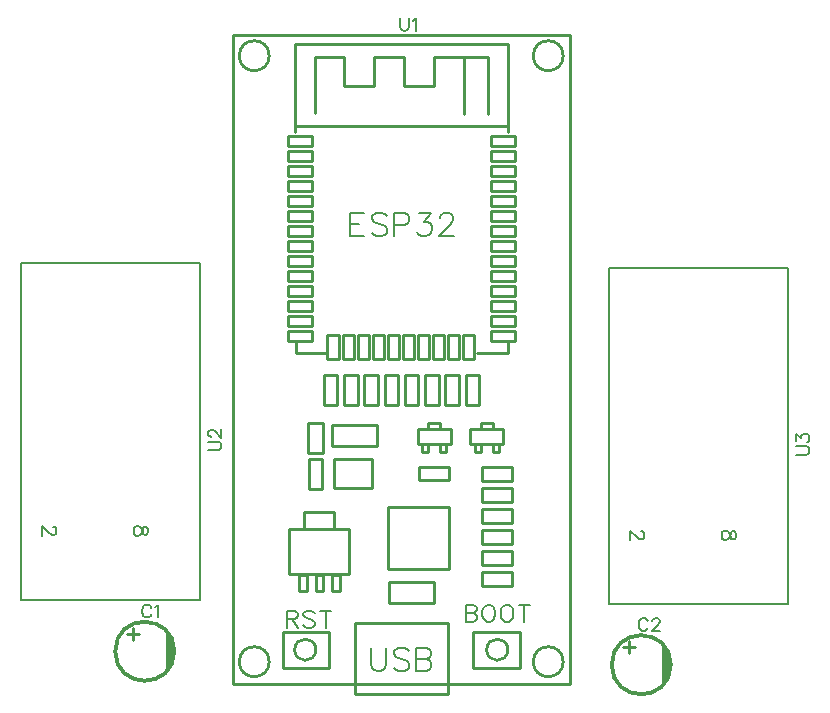
<source format=gto>
G04 Layer: TopSilkscreenLayer*
G04 EasyEDA v6.5.46, 2025-04-01 16:54:11*
G04 Gerber Generator version 0.2*
G04 Scale: 100 percent, Rotated: No, Reflected: No *
G04 Dimensions in inches *
G04 leading zeros omitted , absolute positions ,3 integer and 6 decimal *
%FSLAX36Y36*%
%MOIN*%

%ADD10C,0.0060*%
%ADD11C,0.0080*%
%ADD12C,0.0075*%
%ADD13C,0.0100*%
%ADD14C,0.0050*%
%ADD15C,0.0118*%
%ADD16C,0.0135*%

%LPD*%
D10*
X2276959Y930199D02*
G01*
X2274859Y934299D01*
X2270760Y938400D01*
X2266760Y940399D01*
X2258559Y940399D01*
X2254459Y938400D01*
X2250360Y934299D01*
X2248260Y930199D01*
X2246260Y924000D01*
X2246260Y913800D01*
X2248260Y907699D01*
X2250360Y903600D01*
X2254459Y899499D01*
X2258559Y897500D01*
X2266760Y897500D01*
X2270760Y899499D01*
X2274859Y903600D01*
X2276959Y907699D01*
X2290460Y932199D02*
G01*
X2294560Y934299D01*
X2300659Y940399D01*
X2300659Y897500D01*
X3931959Y885199D02*
G01*
X3929859Y889299D01*
X3925760Y893400D01*
X3921760Y895399D01*
X3913559Y895399D01*
X3909459Y893400D01*
X3905360Y889299D01*
X3903260Y885199D01*
X3901260Y879000D01*
X3901260Y868800D01*
X3903260Y862699D01*
X3905360Y858600D01*
X3909459Y854499D01*
X3913559Y852500D01*
X3921760Y852500D01*
X3925760Y854499D01*
X3929859Y858600D01*
X3931959Y862699D01*
X3947460Y885199D02*
G01*
X3947460Y887199D01*
X3949560Y891300D01*
X3951559Y893400D01*
X3955659Y895399D01*
X3963860Y895399D01*
X3967960Y893400D01*
X3969960Y891300D01*
X3972060Y887199D01*
X3972060Y883099D01*
X3969960Y879000D01*
X3965860Y872899D01*
X3945460Y852500D01*
X3974059Y852500D01*
X3106180Y2895399D02*
G01*
X3106180Y2864699D01*
X3108180Y2858600D01*
X3112280Y2854499D01*
X3118479Y2852500D01*
X3122579Y2852500D01*
X3128680Y2854499D01*
X3132780Y2858600D01*
X3134780Y2864699D01*
X3134780Y2895399D01*
X3148280Y2887199D02*
G01*
X3152380Y2889299D01*
X3158580Y2895399D01*
X3158580Y2852500D01*
D11*
X3325000Y939600D02*
G01*
X3325000Y883200D01*
X3325000Y939600D02*
G01*
X3349200Y939600D01*
X3357200Y936900D01*
X3359899Y934200D01*
X3362600Y928899D01*
X3362600Y923499D01*
X3359899Y918099D01*
X3357200Y915399D01*
X3349200Y912699D01*
X3325000Y912699D02*
G01*
X3349200Y912699D01*
X3357200Y910100D01*
X3359899Y907399D01*
X3362600Y901999D01*
X3362600Y894000D01*
X3359899Y888600D01*
X3357200Y885900D01*
X3349200Y883200D01*
X3325000Y883200D01*
X3396400Y939600D02*
G01*
X3391000Y936900D01*
X3385699Y931500D01*
X3383000Y926199D01*
X3380299Y918099D01*
X3380299Y904699D01*
X3383000Y896599D01*
X3385699Y891300D01*
X3391000Y885900D01*
X3396400Y883200D01*
X3407100Y883200D01*
X3412500Y885900D01*
X3417899Y891300D01*
X3420600Y896599D01*
X3423199Y904699D01*
X3423199Y918099D01*
X3420600Y926199D01*
X3417899Y931500D01*
X3412500Y936900D01*
X3407100Y939600D01*
X3396400Y939600D01*
X3457100Y939600D02*
G01*
X3451700Y936900D01*
X3446300Y931500D01*
X3443599Y926199D01*
X3441000Y918099D01*
X3441000Y904699D01*
X3443599Y896599D01*
X3446300Y891300D01*
X3451700Y885900D01*
X3457100Y883200D01*
X3467799Y883200D01*
X3473199Y885900D01*
X3478500Y891300D01*
X3481199Y896599D01*
X3483900Y904699D01*
X3483900Y918099D01*
X3481199Y926199D01*
X3478500Y931500D01*
X3473199Y936900D01*
X3467799Y939600D01*
X3457100Y939600D01*
X3520399Y939600D02*
G01*
X3520399Y883200D01*
X3501599Y939600D02*
G01*
X3539200Y939600D01*
X2728779Y919600D02*
G01*
X2728779Y863200D01*
X2728779Y919600D02*
G01*
X2752979Y919600D01*
X2761080Y916900D01*
X2763680Y914200D01*
X2766379Y908899D01*
X2766379Y903499D01*
X2763680Y898099D01*
X2761080Y895399D01*
X2752979Y892699D01*
X2728779Y892699D01*
X2747579Y892699D02*
G01*
X2766379Y863200D01*
X2821679Y911500D02*
G01*
X2816279Y916900D01*
X2808280Y919600D01*
X2797579Y919600D01*
X2789480Y916900D01*
X2784080Y911500D01*
X2784080Y906199D01*
X2786779Y900799D01*
X2789480Y898099D01*
X2794880Y895399D01*
X2810979Y890100D01*
X2816279Y887399D01*
X2818980Y884699D01*
X2821679Y879299D01*
X2821679Y871300D01*
X2816279Y865900D01*
X2808280Y863200D01*
X2797579Y863200D01*
X2789480Y865900D01*
X2784080Y871300D01*
X2858180Y919600D02*
G01*
X2858180Y863200D01*
X2839380Y919600D02*
G01*
X2876980Y919600D01*
X3010000Y795700D02*
G01*
X3010000Y741199D01*
X3013599Y730300D01*
X3020900Y723000D01*
X3031800Y719400D01*
X3039099Y719400D01*
X3050000Y723000D01*
X3057299Y730300D01*
X3060900Y741199D01*
X3060900Y795700D01*
X3135799Y784800D02*
G01*
X3128500Y792100D01*
X3117600Y795700D01*
X3103100Y795700D01*
X3092200Y792100D01*
X3084899Y784800D01*
X3084899Y777500D01*
X3088500Y770300D01*
X3092200Y766599D01*
X3099499Y763000D01*
X3121300Y755700D01*
X3128500Y752100D01*
X3132200Y748499D01*
X3135799Y741199D01*
X3135799Y730300D01*
X3128500Y723000D01*
X3117600Y719400D01*
X3103100Y719400D01*
X3092200Y723000D01*
X3084899Y730300D01*
X3159799Y795700D02*
G01*
X3159799Y719400D01*
X3159799Y795700D02*
G01*
X3192500Y795700D01*
X3203500Y792100D01*
X3207100Y788499D01*
X3210699Y781199D01*
X3210699Y773899D01*
X3207100Y766599D01*
X3203500Y763000D01*
X3192500Y759400D01*
X3159799Y759400D02*
G01*
X3192500Y759400D01*
X3203500Y755700D01*
X3207100Y752100D01*
X3210699Y744800D01*
X3210699Y733899D01*
X3207100Y726599D01*
X3203500Y723000D01*
X3192500Y719400D01*
X3159799Y719400D01*
X2939979Y2245700D02*
G01*
X2939979Y2169400D01*
X2939979Y2245700D02*
G01*
X2987280Y2245700D01*
X2939979Y2209400D02*
G01*
X2969080Y2209400D01*
X2939979Y2169400D02*
G01*
X2987280Y2169400D01*
X3062179Y2234800D02*
G01*
X3054880Y2242100D01*
X3043980Y2245700D01*
X3029480Y2245700D01*
X3018580Y2242100D01*
X3011279Y2234800D01*
X3011279Y2227500D01*
X3014880Y2220300D01*
X3018580Y2216599D01*
X3025780Y2213000D01*
X3047680Y2205700D01*
X3054880Y2202100D01*
X3058580Y2198499D01*
X3062179Y2191199D01*
X3062179Y2180300D01*
X3054880Y2173000D01*
X3043980Y2169400D01*
X3029480Y2169400D01*
X3018580Y2173000D01*
X3011279Y2180300D01*
X3086180Y2245700D02*
G01*
X3086180Y2169400D01*
X3086180Y2245700D02*
G01*
X3118879Y2245700D01*
X3129780Y2242100D01*
X3133479Y2238499D01*
X3137079Y2231199D01*
X3137079Y2220300D01*
X3133479Y2213000D01*
X3129780Y2209400D01*
X3118879Y2205700D01*
X3086180Y2205700D01*
X3168379Y2245700D02*
G01*
X3208379Y2245700D01*
X3186580Y2216599D01*
X3197479Y2216599D01*
X3204679Y2213000D01*
X3208379Y2209400D01*
X3211980Y2198499D01*
X3211980Y2191199D01*
X3208379Y2180300D01*
X3201080Y2173000D01*
X3190180Y2169400D01*
X3179279Y2169400D01*
X3168379Y2173000D01*
X3164679Y2176599D01*
X3161080Y2183899D01*
X3239679Y2227500D02*
G01*
X3239679Y2231199D01*
X3243280Y2238499D01*
X3246880Y2242100D01*
X3254179Y2245700D01*
X3268680Y2245700D01*
X3275979Y2242100D01*
X3279679Y2238499D01*
X3283280Y2231199D01*
X3283280Y2223899D01*
X3279679Y2216599D01*
X3272380Y2205700D01*
X3235979Y2169400D01*
X3286880Y2169400D01*
D10*
X2467287Y1454953D02*
G01*
X2497987Y1454953D01*
X2504088Y1456954D01*
X2508188Y1461053D01*
X2510187Y1467253D01*
X2510187Y1471354D01*
X2508188Y1477453D01*
X2504088Y1481554D01*
X2497987Y1483553D01*
X2467287Y1483553D01*
X2477488Y1499153D02*
G01*
X2475487Y1499153D01*
X2471387Y1501154D01*
X2469287Y1503254D01*
X2467287Y1507354D01*
X2467287Y1515453D01*
X2469287Y1519553D01*
X2471387Y1521653D01*
X2475487Y1523654D01*
X2479588Y1523654D01*
X2483688Y1521653D01*
X2489787Y1517554D01*
X2510187Y1497053D01*
X2510187Y1525754D01*
D12*
X2266000Y1190599D02*
G01*
X2263800Y1197500D01*
X2259200Y1199699D01*
X2254700Y1199699D01*
X2250100Y1197500D01*
X2247899Y1192899D01*
X2245600Y1183800D01*
X2243299Y1176999D01*
X2238800Y1172500D01*
X2234200Y1170199D01*
X2227399Y1170199D01*
X2222899Y1172500D01*
X2220600Y1174699D01*
X2218299Y1181599D01*
X2218299Y1190599D01*
X2220600Y1197500D01*
X2222899Y1199699D01*
X2227399Y1201999D01*
X2234200Y1201999D01*
X2238800Y1199699D01*
X2243299Y1195199D01*
X2245600Y1188400D01*
X2247899Y1179299D01*
X2250100Y1174699D01*
X2254700Y1172500D01*
X2259200Y1172500D01*
X2263800Y1174699D01*
X2266000Y1181599D01*
X2266000Y1190599D01*
X1949600Y1199699D02*
G01*
X1951800Y1199699D01*
X1956400Y1197500D01*
X1958699Y1195199D01*
X1960900Y1190599D01*
X1960900Y1181599D01*
X1958699Y1176999D01*
X1956400Y1174699D01*
X1951800Y1172500D01*
X1947299Y1172500D01*
X1942700Y1174699D01*
X1935900Y1179299D01*
X1913199Y1201999D01*
X1913199Y1170199D01*
D10*
X4427500Y1439198D02*
G01*
X4458199Y1439198D01*
X4464300Y1441199D01*
X4468400Y1445299D01*
X4470400Y1451498D01*
X4470400Y1455599D01*
X4468400Y1461698D01*
X4464300Y1465799D01*
X4458199Y1467799D01*
X4427500Y1467799D01*
X4427500Y1485399D02*
G01*
X4427500Y1507899D01*
X4443900Y1495698D01*
X4443900Y1501799D01*
X4445900Y1505898D01*
X4447900Y1507899D01*
X4454099Y1509998D01*
X4458199Y1509998D01*
X4464300Y1507899D01*
X4468400Y1503798D01*
X4470400Y1497698D01*
X4470400Y1491599D01*
X4468400Y1485399D01*
X4466400Y1483398D01*
X4462299Y1481298D01*
D12*
X4226000Y1175599D02*
G01*
X4223800Y1182500D01*
X4219200Y1184699D01*
X4214700Y1184699D01*
X4210100Y1182500D01*
X4207900Y1177899D01*
X4205600Y1168800D01*
X4203299Y1161999D01*
X4198800Y1157500D01*
X4194200Y1155199D01*
X4187399Y1155199D01*
X4182899Y1157500D01*
X4180600Y1159699D01*
X4178299Y1166599D01*
X4178299Y1175599D01*
X4180600Y1182500D01*
X4182899Y1184699D01*
X4187399Y1186999D01*
X4194200Y1186999D01*
X4198800Y1184699D01*
X4203299Y1180199D01*
X4205600Y1173400D01*
X4207900Y1164299D01*
X4210100Y1159699D01*
X4214700Y1157500D01*
X4219200Y1157500D01*
X4223800Y1159699D01*
X4226000Y1166599D01*
X4226000Y1175599D01*
X3909600Y1184699D02*
G01*
X3911800Y1184699D01*
X3916400Y1182500D01*
X3918699Y1180199D01*
X3920900Y1175599D01*
X3920900Y1166599D01*
X3918699Y1161999D01*
X3916400Y1159699D01*
X3911800Y1157500D01*
X3907299Y1157500D01*
X3902700Y1159699D01*
X3895900Y1164299D01*
X3873199Y1186999D01*
X3873199Y1155199D01*
G36*
X2325640Y850000D02*
G01*
X2325640Y720000D01*
X2329400Y723840D01*
X2332940Y727880D01*
X2336240Y732140D01*
X2339280Y736580D01*
X2342040Y741200D01*
X2344520Y745980D01*
X2346700Y750900D01*
X2348600Y755939D01*
X2350180Y761080D01*
X2351460Y766300D01*
X2352420Y771600D01*
X2353060Y776940D01*
X2353380Y782300D01*
X2353380Y787700D01*
X2353060Y793060D01*
X2352420Y798400D01*
X2351460Y803700D01*
X2350180Y808920D01*
X2348600Y814060D01*
X2346700Y819100D01*
X2344520Y824020D01*
X2342040Y828800D01*
X2339280Y833420D01*
X2336240Y837860D01*
X2332940Y842120D01*
X2329400Y846160D01*
G37*
G36*
X3980640Y805000D02*
G01*
X3980640Y675000D01*
X3984400Y678840D01*
X3987940Y682880D01*
X3991240Y687140D01*
X3994280Y691580D01*
X3997040Y696200D01*
X3999520Y700980D01*
X4001700Y705900D01*
X4003600Y710939D01*
X4005179Y716080D01*
X4006460Y721300D01*
X4007420Y726600D01*
X4008060Y731940D01*
X4008380Y737300D01*
X4008380Y742700D01*
X4008060Y748060D01*
X4007420Y753400D01*
X4006460Y758700D01*
X4005179Y763920D01*
X4003600Y769060D01*
X4001700Y774100D01*
X3999520Y779020D01*
X3997040Y783800D01*
X3994280Y788420D01*
X3991240Y792860D01*
X3987940Y797120D01*
X3984400Y801160D01*
G37*
D13*
X2195309Y844050D02*
G01*
X2235309Y844050D01*
X2215630Y863739D02*
G01*
X2215630Y823739D01*
X3850309Y799050D02*
G01*
X3890309Y799050D01*
X3870630Y818739D02*
G01*
X3870630Y778739D01*
X3465000Y2515000D02*
G01*
X3465000Y2535037D01*
X2754998Y2535000D02*
G01*
X2754998Y2514962D01*
X3466970Y1778463D02*
G01*
X3466970Y1811331D01*
X3363787Y1778463D02*
G01*
X3466970Y1778463D01*
X2757638Y1811332D02*
G01*
X2757638Y1778463D01*
X2860154Y1778463D01*
X2822638Y2580000D02*
G01*
X2822638Y2765000D01*
X2917638Y2765000D01*
X2917638Y2670000D01*
X3017638Y2670000D01*
X3017638Y2765000D01*
X3117638Y2765000D01*
X3117638Y2670000D01*
X3217638Y2670000D01*
X3217638Y2765000D01*
X3317638Y2765000D01*
X3317638Y2575000D01*
X3317638Y2765000D02*
G01*
X3397638Y2765000D01*
X3397638Y2575000D01*
X2954489Y878110D02*
G01*
X3265510Y878110D01*
X3265510Y641889D01*
X2954489Y641889D01*
X2954489Y878110D01*
X2755000Y2810590D02*
G01*
X3465000Y2810590D01*
X3465000Y2535000D01*
X2755000Y2535000D01*
X2755000Y2810590D01*
X2548190Y2840000D02*
G01*
X3671809Y2840000D01*
X3671809Y676219D01*
X2548190Y676219D01*
X2548190Y2840000D01*
X3317500Y1838460D02*
G01*
X3352500Y1838460D01*
X3352500Y1758460D01*
X3317500Y1758460D01*
X3317500Y1838460D01*
X3267500Y1838460D02*
G01*
X3302500Y1838460D01*
X3302500Y1758460D01*
X3267500Y1758460D01*
X3267500Y1838460D01*
X3217500Y1838460D02*
G01*
X3252500Y1838460D01*
X3252500Y1758460D01*
X3217500Y1758460D01*
X3217500Y1838460D01*
X3167500Y1838460D02*
G01*
X3202500Y1838460D01*
X3202500Y1758460D01*
X3167500Y1758460D01*
X3167500Y1838460D01*
X3117500Y1838460D02*
G01*
X3152500Y1838460D01*
X3152500Y1758460D01*
X3117500Y1758460D01*
X3117500Y1838460D01*
X3067500Y1838460D02*
G01*
X3102500Y1838460D01*
X3102500Y1758460D01*
X3067500Y1758460D01*
X3067500Y1838460D01*
X3017500Y1838460D02*
G01*
X3052500Y1838460D01*
X3052500Y1758460D01*
X3017500Y1758460D01*
X3017500Y1838460D01*
X2967500Y1838460D02*
G01*
X3002500Y1838460D01*
X3002500Y1758460D01*
X2967500Y1758460D01*
X2967500Y1838460D01*
X2917500Y1838460D02*
G01*
X2952500Y1838460D01*
X2952500Y1758460D01*
X2917500Y1758460D01*
X2917500Y1838460D01*
X2862500Y1838460D02*
G01*
X2902500Y1838460D01*
X2902500Y1758460D01*
X2862500Y1758460D01*
X2862500Y1838460D01*
X3407640Y2503460D02*
G01*
X3487640Y2503460D01*
X3487640Y2468460D01*
X3407640Y2468460D01*
X3407640Y2503460D01*
X3407640Y2453460D02*
G01*
X3487640Y2453460D01*
X3487640Y2418460D01*
X3407640Y2418460D01*
X3407640Y2453460D01*
X3407640Y2403460D02*
G01*
X3487640Y2403460D01*
X3487640Y2368460D01*
X3407640Y2368460D01*
X3407640Y2403460D01*
X3407640Y2353460D02*
G01*
X3487640Y2353460D01*
X3487640Y2318460D01*
X3407640Y2318460D01*
X3407640Y2353460D01*
X3407640Y2303460D02*
G01*
X3487640Y2303460D01*
X3487640Y2268460D01*
X3407640Y2268460D01*
X3407640Y2303460D01*
X3407640Y2253460D02*
G01*
X3487640Y2253460D01*
X3487640Y2218460D01*
X3407640Y2218460D01*
X3407640Y2253460D01*
X3407640Y2203460D02*
G01*
X3487640Y2203460D01*
X3487640Y2168460D01*
X3407640Y2168460D01*
X3407640Y2203460D01*
X3407640Y2153460D02*
G01*
X3487640Y2153460D01*
X3487640Y2118460D01*
X3407640Y2118460D01*
X3407640Y2153460D01*
X3407640Y2103460D02*
G01*
X3487640Y2103460D01*
X3487640Y2068460D01*
X3407640Y2068460D01*
X3407640Y2103460D01*
X3407640Y2053460D02*
G01*
X3487640Y2053460D01*
X3487640Y2018460D01*
X3407640Y2018460D01*
X3407640Y2053460D01*
X3407640Y2003460D02*
G01*
X3487640Y2003460D01*
X3487640Y1968460D01*
X3407640Y1968460D01*
X3407640Y2003460D01*
X3407640Y1953460D02*
G01*
X3487640Y1953460D01*
X3487640Y1918460D01*
X3407640Y1918460D01*
X3407640Y1953460D01*
X3407640Y1903460D02*
G01*
X3487640Y1903460D01*
X3487640Y1868460D01*
X3407640Y1868460D01*
X3407640Y1903460D01*
X3407640Y1853460D02*
G01*
X3487640Y1853460D01*
X3487640Y1818460D01*
X3407640Y1818460D01*
X3407640Y1853460D01*
X2732359Y1853460D02*
G01*
X2812359Y1853460D01*
X2812359Y1818460D01*
X2732359Y1818460D01*
X2732359Y1853460D01*
X2732359Y1903460D02*
G01*
X2812359Y1903460D01*
X2812359Y1868460D01*
X2732359Y1868460D01*
X2732359Y1903460D01*
X2732359Y1953460D02*
G01*
X2812359Y1953460D01*
X2812359Y1918460D01*
X2732359Y1918460D01*
X2732359Y1953460D01*
X2732359Y2003460D02*
G01*
X2812359Y2003460D01*
X2812359Y1968460D01*
X2732359Y1968460D01*
X2732359Y2003460D01*
X2732359Y2053460D02*
G01*
X2812359Y2053460D01*
X2812359Y2018460D01*
X2732359Y2018460D01*
X2732359Y2053460D01*
X2732359Y2103460D02*
G01*
X2812359Y2103460D01*
X2812359Y2068460D01*
X2732359Y2068460D01*
X2732359Y2103460D01*
X2732359Y2153460D02*
G01*
X2812359Y2153460D01*
X2812359Y2118460D01*
X2732359Y2118460D01*
X2732359Y2153460D01*
X2732359Y2203460D02*
G01*
X2812359Y2203460D01*
X2812359Y2168460D01*
X2732359Y2168460D01*
X2732359Y2203460D01*
X2732359Y2253460D02*
G01*
X2812359Y2253460D01*
X2812359Y2218460D01*
X2732359Y2218460D01*
X2732359Y2253460D01*
X2732359Y2303460D02*
G01*
X2812359Y2303460D01*
X2812359Y2268460D01*
X2732359Y2268460D01*
X2732359Y2303460D01*
X2732359Y2353460D02*
G01*
X2812359Y2353460D01*
X2812359Y2318460D01*
X2732359Y2318460D01*
X2732359Y2353460D01*
X2732359Y2403460D02*
G01*
X2812359Y2403460D01*
X2812359Y2368460D01*
X2732359Y2368460D01*
X2732359Y2403460D01*
X2732359Y2453460D02*
G01*
X2812359Y2453460D01*
X2812359Y2418460D01*
X2732359Y2418460D01*
X2732359Y2453460D01*
X2732359Y2503460D02*
G01*
X2812359Y2503460D01*
X2812359Y2468460D01*
X2732359Y2468460D01*
X2732359Y2503460D01*
X3350000Y850000D02*
G01*
X3505000Y850000D01*
X3505000Y730000D01*
X3350000Y730000D01*
X3350000Y850000D01*
X2715000Y850000D02*
G01*
X2870000Y850000D01*
X2870000Y730000D01*
X2715000Y730000D01*
X2715000Y850000D01*
X2800000Y1545000D02*
G01*
X2850000Y1545000D01*
X2850000Y1445000D01*
X2800000Y1445000D01*
X2800000Y1545000D01*
X2802500Y1425000D02*
G01*
X2847500Y1425000D01*
X2847500Y1325000D01*
X2802500Y1325000D01*
X2802500Y1425000D01*
X3165000Y1525000D02*
G01*
X3275000Y1525000D01*
X3275000Y1475000D01*
X3165000Y1475000D01*
X3165000Y1525000D01*
X3200000Y1545000D02*
G01*
X3240000Y1545000D01*
X3240000Y1525000D01*
X3200000Y1525000D01*
X3200000Y1545000D01*
X3180000Y1475000D02*
G01*
X3200000Y1475000D01*
X3200000Y1450000D01*
X3180000Y1450000D01*
X3180000Y1475000D01*
X3240000Y1475000D02*
G01*
X3260000Y1475000D01*
X3260000Y1450000D01*
X3240000Y1450000D01*
X3240000Y1475000D01*
X3065000Y1265000D02*
G01*
X3270000Y1265000D01*
X3270000Y1060000D01*
X3065000Y1060000D01*
X3065000Y1265000D01*
X2737500Y1192500D02*
G01*
X2937500Y1192500D01*
X2937500Y1042500D01*
X2737500Y1042500D01*
X2737500Y1192500D01*
X2787500Y1247500D02*
G01*
X2887500Y1247500D01*
X2887500Y1192500D01*
X2787500Y1192500D01*
X2787500Y1247500D01*
X2880000Y1040000D02*
G01*
X2905000Y1040000D01*
X2905000Y985000D01*
X2880000Y985000D01*
X2880000Y1040000D01*
X2825000Y1040000D02*
G01*
X2850000Y1040000D01*
X2850000Y985000D01*
X2825000Y985000D01*
X2825000Y1040000D01*
X2770000Y1040000D02*
G01*
X2795000Y1040000D01*
X2795000Y985000D01*
X2770000Y985000D01*
X2770000Y1040000D01*
X3415000Y1475000D02*
G01*
X3435000Y1475000D01*
X3435000Y1450000D01*
X3415000Y1450000D01*
X3415000Y1475000D01*
X3355000Y1475000D02*
G01*
X3375000Y1475000D01*
X3375000Y1450000D01*
X3355000Y1450000D01*
X3355000Y1475000D01*
X3375000Y1545000D02*
G01*
X3415000Y1545000D01*
X3415000Y1525000D01*
X3375000Y1525000D01*
X3375000Y1545000D01*
X3340000Y1525000D02*
G01*
X3450000Y1525000D01*
X3450000Y1475000D01*
X3340000Y1475000D01*
X3340000Y1525000D01*
X2852500Y1705000D02*
G01*
X2897500Y1705000D01*
X2897500Y1605000D01*
X2852500Y1605000D01*
X2852500Y1705000D01*
X2920000Y1705000D02*
G01*
X2965000Y1705000D01*
X2965000Y1605000D01*
X2920000Y1605000D01*
X2920000Y1705000D01*
X2987500Y1705000D02*
G01*
X3032500Y1705000D01*
X3032500Y1605000D01*
X2987500Y1605000D01*
X2987500Y1705000D01*
X3055000Y1705000D02*
G01*
X3100000Y1705000D01*
X3100000Y1605000D01*
X3055000Y1605000D01*
X3055000Y1705000D01*
X3122500Y1705000D02*
G01*
X3167500Y1705000D01*
X3167500Y1605000D01*
X3122500Y1605000D01*
X3122500Y1705000D01*
X3190000Y1705000D02*
G01*
X3235000Y1705000D01*
X3235000Y1605000D01*
X3190000Y1605000D01*
X3190000Y1705000D01*
X3257500Y1705000D02*
G01*
X3302500Y1705000D01*
X3302500Y1605000D01*
X3257500Y1605000D01*
X3257500Y1705000D01*
X3325000Y1705000D02*
G01*
X3370000Y1705000D01*
X3370000Y1605000D01*
X3325000Y1605000D01*
X3325000Y1705000D01*
X3170000Y1400000D02*
G01*
X3270000Y1400000D01*
X3270000Y1355000D01*
X3170000Y1355000D01*
X3170000Y1400000D01*
X3380000Y1397500D02*
G01*
X3480000Y1397500D01*
X3480000Y1352500D01*
X3380000Y1352500D01*
X3380000Y1397500D01*
X3380000Y1327500D02*
G01*
X3480000Y1327500D01*
X3480000Y1282500D01*
X3380000Y1282500D01*
X3380000Y1327500D01*
X3380000Y1257500D02*
G01*
X3480000Y1257500D01*
X3480000Y1212500D01*
X3380000Y1212500D01*
X3380000Y1257500D01*
X3380000Y1187500D02*
G01*
X3480000Y1187500D01*
X3480000Y1142500D01*
X3380000Y1142500D01*
X3380000Y1187500D01*
X3380000Y1117500D02*
G01*
X3480000Y1117500D01*
X3480000Y1072500D01*
X3380000Y1072500D01*
X3380000Y1117500D01*
X3380000Y1047500D02*
G01*
X3480000Y1047500D01*
X3480000Y1002500D01*
X3380000Y1002500D01*
X3380000Y1047500D01*
X2885000Y1424369D02*
G01*
X3014049Y1424369D01*
X3014049Y1330000D01*
X2885000Y1330000D01*
X2885000Y1424369D01*
X2880000Y1540000D02*
G01*
X3030000Y1540000D01*
X3030000Y1470000D01*
X2880000Y1470000D01*
X2880000Y1540000D01*
X3070000Y1015000D02*
G01*
X3220000Y1015000D01*
X3220000Y945000D01*
X3070000Y945000D01*
X3070000Y1015000D01*
D14*
X1840979Y955940D02*
G01*
X1840979Y2077989D01*
X2439409Y2077989D01*
X2439409Y955940D01*
X1840979Y955940D01*
X3800979Y940940D02*
G01*
X3800979Y2062989D01*
X4399409Y2062989D01*
X4399409Y940940D01*
X3800979Y940940D01*
D15*
G75*
G01
X2353430Y785000D02*
G03X2353430Y785000I-98430J0D01*
G75*
G01
X4008430Y740000D02*
G03X4008430Y740000I-98430J0D01*
D13*
G75*
G01
X3465430Y790000D02*
G03X3465430Y790000I-35430J0D01*
G75*
G01
X2825430Y790000D02*
G03X2825430Y790000I-35430J0D01*
G75*
G01
X2670000Y2770000D02*
G03X2670000Y2770000I-50000J0D01*
G75*
G01
X2670000Y750000D02*
G03X2670000Y750000I-50000J0D01*
G75*
G01
X3650000Y750000D02*
G03X3650000Y750000I-50000J0D01*
G75*
G01
X3650000Y2770000D02*
G03X3650000Y2770000I-50000J0D01*
M02*

</source>
